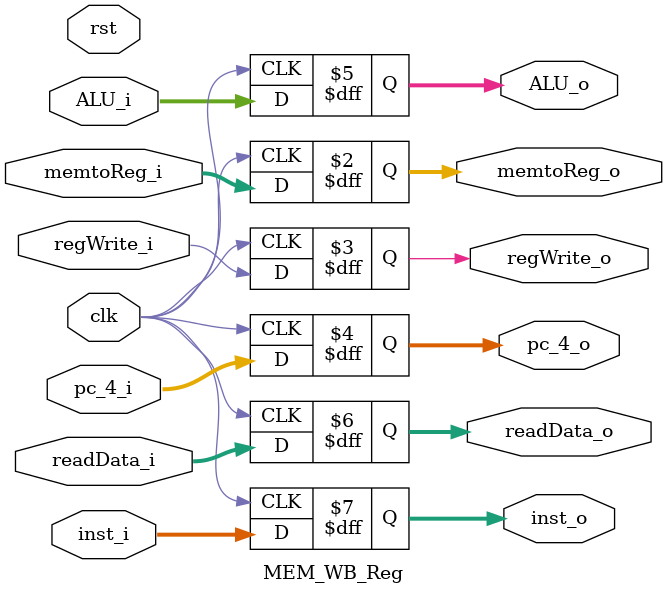
<source format=v>
module MEM_WB_Reg (
    input wire clk,
    input wire rst,

    input wire [1:0] memtoReg_i,
    input wire regWrite_i,

    input wire [31:0] pc_4_i,
    input wire [31:0] ALU_i,
    input wire [31:0] readData_i,
    input wire [31:0] inst_i,

    output reg [1:0] memtoReg_o,
    output reg regWrite_o,

    output reg [31:0] pc_4_o,
    output reg [31:0] ALU_o,
    output reg [31:0] readData_o,
    output reg [31:0] inst_o
);
    
    always @(negedge clk) begin
        if (clk) begin
            memtoReg_o   <= 2'b00;
            regWrite_o   <= 1'b0;

            ALU_o        <= 32'b0;
            readData_o   <= 32'b0;
            pc_4_o       <= 32'b0;
            inst_o       <= 32'b0;
        end else begin
            memtoReg_o   <= memtoReg_i;
            regWrite_o   <= regWrite_i;

            ALU_o        <= ALU_i;
            readData_o   <= readData_i;
            pc_4_o       <= pc_4_i;
            inst_o       <= inst_i;
        end
    end

endmodule

</source>
